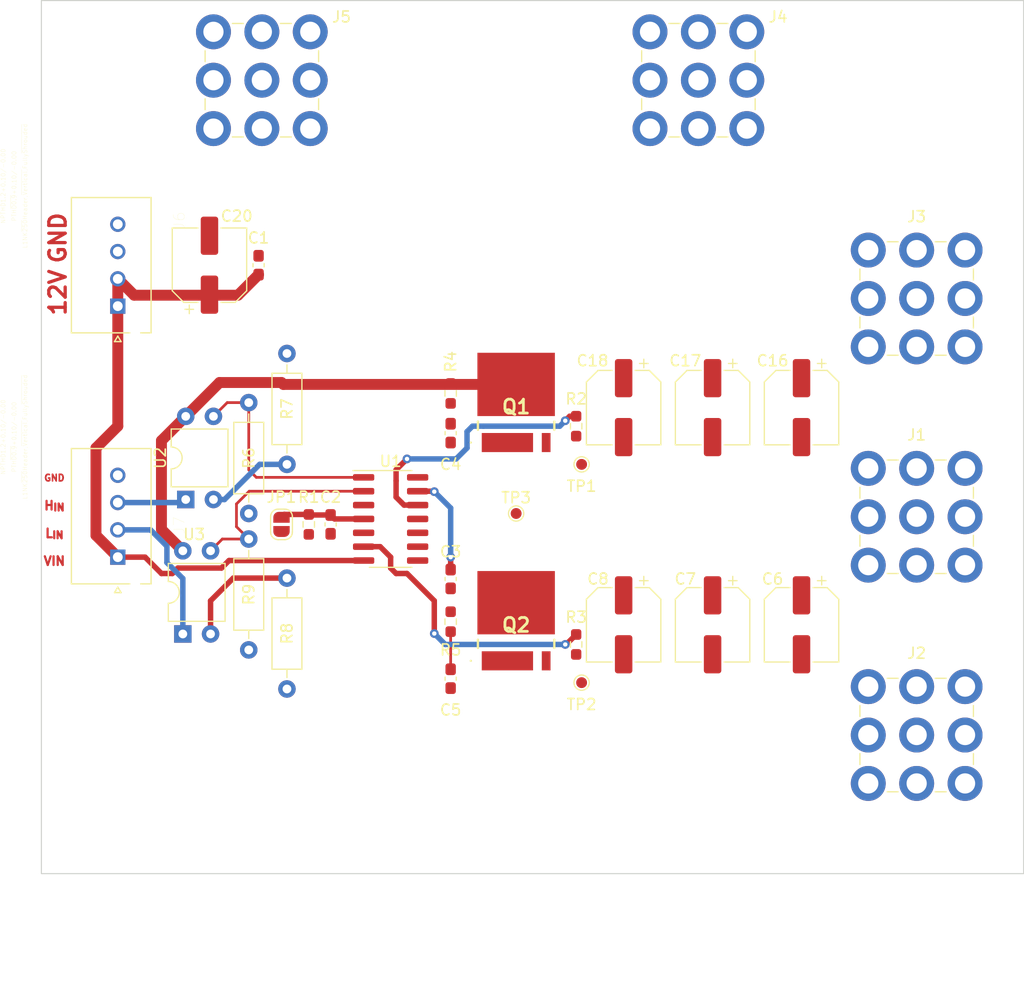
<source format=kicad_pcb>
(kicad_pcb (version 20221018) (generator pcbnew)
  (layers (0 "F.Cu" signal) (31 "B.Cu" signal) (34 "B.Paste" user) (35 "F.Paste" user) (36 "B.SilkS" user "B.Silkscreen") (37 "F.SilkS" user "F.Silkscreen") (38 "B.Mask" user) (39 "F.Mask" user) (44 "Edge.Cuts" user))
  (net 0 "")
  (net 1 "GND")
  (net 2 "/LOAD")
  (net 3 "+BATT")
  (net 4 "GNDPWR")
  (net 5 "Net-(JP1-B)")
  (net 6 "+12V")
  (net 7 "Net-(U1-V_{B})")
  (net 8 "Net-(C4-Pad1)")
  (net 9 "Net-(C5-Pad1)")
  (net 10 "H_{IN}")
  (net 11 "L_{IN}")
  (net 12 "/V_{GH}")
  (net 13 "/V_{GL}")
  (net 14 "Net-(U1-HO)")
  (net 15 "Net-(U1-LO)")
  (net 19 "Net-(R7-Pad1)")
  (net 20 "H_{IN}_{_ISO}")
  (net 21 "L_{IN}_{_ISO}")
  (net 22 "Net-(R8-Pad1)")
  (footprint "Library:MOLEX_2078430004_L1NK_250_4-PIN" (layer "F.Cu") (at 129 63 -90)
    (fp_text reference "J6" (at -7.825 -5.635 90) (layer "F.SilkS") (effects (font (thickness 0.015))))
    (fp_text value "Conn_01x04")
    (fp_text user "L1NK~{250}Header,~{Vertical,}Fully~{Shrouded}" (at -11 8.5 90) (layer "F.SilkS") (effects (font (size 0.393701 0.393701) (thickness 0.015))))
    (fp_text user "PTH~{D0.9}+0.10/-0.00" (at -11 9.5 90) (layer "F.SilkS") (effects (font (size 0.393701 0.393701) (thickness 0.015))))
    (fp_text user "NPTH~{D1.2}+0.10/-0.00" (at -11 10.5 90) (layer "F.SilkS") (effects (font (size 0.393701 0.393701) (thickness 0.015))))
    (pad "" np_thru_hole circle (at 1.6 -1.6 270) (size 1.2 1.2) (drill 1.2) (layers "*.Cu" "*.Mask"))
    (pad "1" thru_hole rect (at 0 0 270) (size 1.4 1.4) (drill 0.9) (layers "*.Cu") (net 6 "+12V"))
    (pad "2" thru_hole circle (at -2.5 0 270) (size 1.4 1.4) (drill 0.9) (layers "*.Cu") (net 6 "+12V"))
    (pad "3" thru_hole circle (at -5 0 270) (size 1.4 1.4) (drill 0.9) (layers "*.Cu") (net 1 "GND"))
    (pad "4" thru_hole circle (at -7.5 0 270) (size 1.4 1.4) (drill 0.9) (layers "*.Cu") (net 1 "GND"))
  )
  (footprint "Library:MOLEX_2078430004_L1NK_250_4-PIN" (layer "F.Cu") (at 129 86 -90)
    (fp_text reference "J7" (at -2.905 -5.635 90) (layer "F.SilkS") (effects (font (thickness 0.015))))
    (fp_text value "Conn_01x04")
    (fp_text user "PTH~{D0.9}+0.10/-0.00" (at -11 9.5 90) (layer "F.SilkS") (effects (font (size 0.393701 0.393701) (thickness 0.015))))
    (fp_text user "NPTH~{D1.2}+0.10/-0.00" (at -11 10.5 90) (layer "F.SilkS") (effects (font (size 0.393701 0.393701) (thickness 0.015))))
    (fp_text user "L1NK~{250}Header,~{Vertical,}Fully~{Shrouded}" (at -11 8.5 90) (layer "F.SilkS") (effects (font (size 0.393701 0.393701) (thickness 0.015))))
    (pad "" np_thru_hole circle (at 1.6 -1.6 270) (size 1.2 1.2) (drill 1.2) (layers "*.Cu" "*.Mask"))
    (pad "1" thru_hole rect (at 0 0 270) (size 1.4 1.4) (drill 0.9) (layers "*.Cu") (net 6 "+12V"))
    (pad "2" thru_hole circle (at -2.5 0 270) (size 1.4 1.4) (drill 0.9) (layers "*.Cu") (net 11 "L_{IN}"))
    (pad "3" thru_hole circle (at -5 0 270) (size 1.4 1.4) (drill 0.9) (layers "*.Cu") (net 10 "H_{IN}"))
    (pad "4" thru_hole circle (at -7.5 0 270) (size 1.4 1.4) (drill 0.9) (layers "*.Cu") (net 1 "GND"))
  )
  (footprint "Capacitor_SMD:CP_Elec_6.3x5.4_Nichicon" (layer "F.Cu") (at 191.65 72.3 -90)
    (fp_text reference "C16" (at -4.3 2.65 -180) (layer "F.SilkS"))
    (fp_text value "100uF")
    (pad "1" smd roundrect (at -2.7 0 270) (size 3.5 1.6) (layers "F.Cu" "F.Paste" "F.Mask") (roundrect_rratio 0.15625) (net 3 "+BATT"))
    (pad "2" smd roundrect (at 2.7 0 270) (size 3.5 1.6) (layers "F.Cu" "F.Paste" "F.Mask") (roundrect_rratio 0.15625) (net 2 "/LOAD"))
  )
  (footprint "Capacitor_SMD:CP_Elec_6.3x5.4_Nichicon" (layer "F.Cu") (at 183.5 92.2 -90)
    (fp_text reference "C7" (at -4.2 2.5 -180) (layer "F.SilkS"))
    (fp_text value "100uF")
    (pad "1" smd roundrect (at -2.7 0 270) (size 3.5 1.6) (layers "F.Cu" "F.Paste" "F.Mask") (roundrect_rratio 0.15625) (net 2 "/LOAD"))
    (pad "2" smd roundrect (at 2.7 0 270) (size 3.5 1.6) (layers "F.Cu" "F.Paste" "F.Mask") (roundrect_rratio 0.15625) (net 4 "GNDPWR"))
  )
  (footprint "Resistor_THT:R_Axial_DIN0207_L6.3mm_D2.5mm_P10.16mm_Horizontal" (layer "F.Cu") (at 144.5 87.92 -90)
    (fp_text reference "R8" (at 5.08 0 90) (layer "F.SilkS"))
    (fp_text value "R_{DT}")
    (pad "1" thru_hole circle (at 0 0 270) (size 1.6 1.6) (drill 0.8) (layers "*.Cu" "*.Mask") (net 22 "Net-(R8-Pad1)"))
    (pad "2" thru_hole oval (at 10.16 0 270) (size 1.6 1.6) (drill 0.8) (layers "*.Cu" "*.Mask") (net 1 "GND"))
  )
  (footprint "Package_DIP:DIP-4_W7.62mm" (layer "F.Cu") (at 134.96 93.04 90)
    (fp_text reference "U3" (at 9.12 1.04 180) (layer "F.SilkS"))
    (fp_text value "EL817")
    (pad "1" thru_hole rect (at 0 0 90) (size 1.6 1.6) (drill 0.8) (layers "*.Cu" "*.Mask") (net 11 "L_{IN}"))
    (pad "2" thru_hole oval (at 0 2.54 90) (size 1.6 1.6) (drill 0.8) (layers "*.Cu" "*.Mask") (net 22 "Net-(R8-Pad1)"))
    (pad "3" thru_hole oval (at 7.62 2.54 90) (size 1.6 1.6) (drill 0.8) (layers "*.Cu" "*.Mask") (net 21 "L_{IN}_{_ISO}"))
    (pad "4" thru_hole oval (at 7.62 0 90) (size 1.6 1.6) (drill 0.8) (layers "*.Cu" "*.Mask") (net 3 "+BATT"))
  )
  (footprint "TerminalBlock_Wuerth:Wuerth_REDCUBE-THR_WP-THRBU_74650194_THR" (layer "F.Cu") (at 202.2 82.3)
    (fp_text reference "J1" (at 0 -7.5) (layer "F.SilkS"))
    (fp_text value "Motor Mid Connection")
    (pad "1" thru_hole circle (at -4.435 -4.435) (size 3.2 3.2) (drill 1.85) (layers "*.Cu" "*.Mask") (net 2 "/LOAD"))
    (pad "1" thru_hole circle (at -4.435 0) (size 3.2 3.2) (drill 1.85) (layers "*.Cu" "*.Mask") (net 2 "/LOAD"))
    (pad "1" thru_hole circle (at -4.435 4.435) (size 3.2 3.2) (drill 1.85) (layers "*.Cu" "*.Mask") (net 2 "/LOAD"))
    (pad "1" thru_hole circle (at 0 -4.435) (size 3.2 3.2) (drill 1.85) (layers "*.Cu" "*.Mask") (net 2 "/LOAD"))
    (pad "1" thru_hole circle (at 0 0) (size 3.2 3.2) (drill 1.85) (layers "*.Cu" "*.Mask") (net 2 "/LOAD"))
    (pad "1" thru_hole circle (at 0 4.435) (size 3.2 3.2) (drill 1.85) (layers "*.Cu" "*.Mask") (net 2 "/LOAD"))
    (pad "1" thru_hole circle (at 4.435 -4.435) (size 3.2 3.2) (drill 1.85) (layers "*.Cu" "*.Mask") (net 2 "/LOAD"))
    (pad "1" thru_hole circle (at 4.435 0) (size 3.2 3.2) (drill 1.85) (layers "*.Cu" "*.Mask") (net 2 "/LOAD"))
    (pad "1" thru_hole circle (at 4.435 4.435) (size 3.2 3.2) (drill 1.85) (layers "*.Cu" "*.Mask") (net 2 "/LOAD"))
  )
  (footprint "TestPoint:TestPoint_Pad_D1.0mm" (layer "F.Cu") (at 171.5 97.5)
    (fp_text reference "TP2" (at 0 2) (layer "F.SilkS"))
    (fp_text value "V_{Gate_LO}")
    (pad "1" smd circle (at 0 0) (size 1 1) (layers "F.Cu" "F.Mask") (net 13 "/V_{GL}"))
  )
  (footprint "Resistor_THT:R_Axial_DIN0207_L6.3mm_D2.5mm_P10.16mm_Horizontal" (layer "F.Cu") (at 141 71.84 -90)
    (fp_text reference "R6" (at 5.08 0 90) (layer "F.SilkS"))
    (fp_text value "R_{DT}")
    (pad "1" thru_hole circle (at 0 0 270) (size 1.6 1.6) (drill 0.8) (layers "*.Cu" "*.Mask") (net 20 "H_{IN}_{_ISO}"))
    (pad "2" thru_hole oval (at 10.16 0 270) (size 1.6 1.6) (drill 0.8) (layers "*.Cu" "*.Mask") (net 4 "GNDPWR"))
  )
  (footprint "TestPoint:TestPoint_Pad_D1.0mm" (layer "F.Cu") (at 165.5 82)
    (fp_text reference "TP3" (at 0 -1.448) (layer "F.SilkS"))
    (fp_text value "V_{Drain}")
    (pad "1" smd circle (at 0 0) (size 1 1) (layers "F.Cu" "F.Mask") (net 2 "/LOAD"))
  )
  (footprint "Resistor_SMD:R_0603_1608Metric_Pad0.98x0.95mm_HandSolder" (layer "F.Cu") (at 159.5 71 -90)
    (fp_text reference "R4" (at -2.9125 0 90) (layer "F.SilkS"))
    (fp_text value "R_{SNUBH}")
    (pad "1" smd roundrect (at -0.9125 0 270) (size 0.975 0.95) (layers "F.Cu" "F.Paste" "F.Mask") (net 3 "+BATT"))
    (pad "2" smd roundrect (at 0.9125 0 270) (size 0.975 0.95) (layers "F.Cu" "F.Paste" "F.Mask") (net 8 "Net-(C4-Pad1)"))
  )
  (footprint "Resistor_SMD:R_0603_1608Metric_Pad0.98x0.95mm_HandSolder" (layer "F.Cu") (at 171 94 -90)
    (fp_text reference "R3" (at -2.5 0 -180) (layer "F.SilkS"))
    (fp_text value "R_{G}_{L}")
    (pad "1" smd roundrect (at -0.9125 0 270) (size 0.975 0.95) (layers "F.Cu" "F.Paste" "F.Mask") (net 15 "Net-(U1-LO)"))
    (pad "2" smd roundrect (at 0.9125 0 270) (size 0.975 0.95) (layers "F.Cu" "F.Paste" "F.Mask") (net 13 "/V_{GL}"))
  )
  (footprint "Resistor_SMD:R_0603_1608Metric_Pad0.98x0.95mm_HandSolder" (layer "F.Cu") (at 171 74 -90)
    (fp_text reference "R2" (at -2.5 0 -180) (layer "F.SilkS"))
    (fp_text value "R_{G}_{H}")
    (pad "1" smd roundrect (at -0.9125 0 270) (size 0.975 0.95) (layers "F.Cu" "F.Paste" "F.Mask") (net 14 "Net-(U1-HO)"))
    (pad "2" smd roundrect (at 0.9125 0 270) (size 0.975 0.95) (layers "F.Cu" "F.Paste" "F.Mask") (net 12 "/V_{GH}"))
  )
  (footprint "Capacitor_SMD:C_0603_1608Metric_Pad1.08x0.95mm_HandSolder" (layer "F.Cu") (at 148.5 83 -90)
    (fp_text reference "C2" (at -2.5 0 -180) (layer "F.SilkS"))
    (fp_text value "1nF")
    (pad "1" smd roundrect (at -0.8625 0 270) (size 1.075 0.95) (layers "F.Cu" "F.Paste" "F.Mask") (net 5 "Net-(JP1-B)"))
    (pad "2" smd roundrect (at 0.8625 0 270) (size 1.075 0.95) (layers "F.Cu" "F.Paste" "F.Mask") (net 1 "GND"))
  )
  (footprint "TerminalBlock_Wuerth:Wuerth_REDCUBE-THR_WP-THRBU_74650194_THR" (layer "F.Cu") (at 182.2 42.3)
    (fp_text reference "J4" (at 7.3 -5.8) (layer "F.SilkS"))
    (fp_text value "Batt+")
    (pad "1" thru_hole circle (at -4.435 -4.435) (size 3.2 3.2) (drill 1.85) (layers "*.Cu" "*.Mask") (net 3 "+BATT"))
    (pad "1" thru_hole circle (at -4.435 0) (size 3.2 3.2) (drill 1.85) (layers "*.Cu" "*.Mask") (net 3 "+BATT"))
    (pad "1" thru_hole circle (at -4.435 4.435) (size 3.2 3.2) (drill 1.85) (layers "*.Cu" "*.Mask") (net 3 "+BATT"))
    (pad "1" thru_hole circle (at 0 -4.435) (size 3.2 3.2) (drill 1.85) (layers "*.Cu" "*.Mask") (net 3 "+BATT"))
    (pad "1" thru_hole circle (at 0 0) (size 3.2 3.2) (drill 1.85) (layers "*.Cu" "*.Mask") (net 3 "+BATT"))
    (pad "1" thru_hole circle (at 0 4.435) (size 3.2 3.2) (drill 1.85) (layers "*.Cu" "*.Mask") (net 3 "+BATT"))
    (pad "1" thru_hole circle (at 4.435 -4.435) (size 3.2 3.2) (drill 1.85) (layers "*.Cu" "*.Mask") (net 3 "+BATT"))
    (pad "1" thru_hole circle (at 4.435 0) (size 3.2 3.2) (drill 1.85) (layers "*.Cu" "*.Mask") (net 3 "+BATT"))
    (pad "1" thru_hole circle (at 4.435 4.435) (size 3.2 3.2) (drill 1.85) (layers "*.Cu" "*.Mask") (net 3 "+BATT"))
  )
  (footprint "TestPoint:TestPoint_Pad_D1.0mm" (layer "F.Cu") (at 171.5 77.5)
    (fp_text reference "TP1" (at 0 2) (layer "F.SilkS"))
    (fp_text value "V_{Gate_HI}")
    (pad "1" smd circle (at 0 0) (size 1 1) (layers "F.Cu" "F.Mask") (net 12 "/V_{GH}"))
  )
  (footprint "Capacitor_SMD:C_0603_1608Metric_Pad1.08x0.95mm_HandSolder" (layer "F.Cu") (at 141.9 59.25 90)
    (fp_text reference "C1" (at 2.5 0 180) (layer "F.SilkS"))
    (fp_text value "1uF")
    (pad "1" smd roundrect (at -0.8625 0 90) (size 1.075 0.95) (layers "F.Cu" "F.Paste" "F.Mask") (net 6 "+12V"))
    (pad "2" smd roundrect (at 0.8625 0 90) (size 1.075 0.95) (layers "F.Cu" "F.Paste" "F.Mask") (net 1 "GND"))
  )
  (footprint "Library:IAUA250N04S6N005AUMA1" (layer "F.Cu") (at 165.5 91.825)
    (fp_text reference "Q2" (at 0 0.399) (layer "F.SilkS") (effects (font (size 1.27 1.27) (thickness 0.254))))
    (fp_text value "IAUA250N04S6N005" hide)
    (pad "1" smd rect (at -0.8 3.675 90) (size 1.75 4.7) (layers "F.Cu" "F.Paste" "F.Mask") (net 4 "GNDPWR"))
    (pad "5" smd rect (at 2.75 3.675) (size 0.8 1.75) (layers "F.Cu" "F.Paste" "F.Mask") (net 13 "/V_{GL}"))
    (pad "6" smd rect (at 0 -1.651 90) (size 5.8 7.1) (layers "F.Cu" "F.Paste" "F.Mask") (net 2 "/LOAD"))
  )
  (footprint "TerminalBlock_Wuerth:Wuerth_REDCUBE-THR_WP-THRBU_74650194_THR" (layer "F.Cu") (at 142.2 42.3)
    (fp_text reference "J5" (at 7.3 -5.8) (layer "F.SilkS"))
    (fp_text value "Batt-")
    (pad "1" thru_hole circle (at -4.435 -4.435) (size 3.2 3.2) (drill 1.85) (layers "*.Cu" "*.Mask") (net 4 "GNDPWR"))
    (pad "1" thru_hole circle (at -4.435 0) (size 3.2 3.2) (drill 1.85) (layers "*.Cu" "*.Mask") (net 4 "GNDPWR"))
    (pad "1" thru_hole circle (at -4.435 4.435) (size 3.2 3.2) (drill 1.85) (layers "*.Cu" "*.Mask") (net 4 "GNDPWR"))
    (pad "1" thru_hole circle (at 0 -4.435) (size 3.2 3.2) (drill 1.85) (layers "*.Cu" "*.Mask") (net 4 "GNDPWR"))
    (pad "1" thru_hole circle (at 0 0) (size 3.2 3.2) (drill 1.85) (layers "*.Cu" "*.Mask") (net 4 "GNDPWR"))
    (pad "1" thru_hole circle (at 0 4.435) (size 3.2 3.2) (drill 1.85) (layers "*.Cu" "*.Mask") (net 4 "GNDPWR"))
    (pad "1" thru_hole circle (at 4.435 -4.435) (size 3.2 3.2) (drill 1.85) (layers "*.Cu" "*.Mask") (net 4 "GNDPWR"))
    (pad "1" thru_hole circle (at 4.435 0) (size 3.2 3.2) (drill 1.85) (layers "*.Cu" "*.Mask") (net 4 "GNDPWR"))
    (pad "1" thru_hole circle (at 4.435 4.435) (size 3.2 3.2) (drill 1.85) (layers "*.Cu" "*.Mask") (net 4 "GNDPWR"))
  )
  (footprint "TerminalBlock_Wuerth:Wuerth_REDCUBE-THR_WP-THRBU_74650194_THR" (layer "F.Cu") (at 202.2 62.3)
    (fp_text reference "J3" (at 0 -7.5) (layer "F.SilkS"))
    (fp_text value "Motor Upper Connection")
    (pad "1" thru_hole circle (at -4.435 -4.435) (size 3.2 3.2) (drill 1.85) (layers "*.Cu" "*.Mask") (net 3 "+BATT"))
    (pad "1" thru_hole circle (at -4.435 0) (size 3.2 3.2) (drill 1.85) (layers "*.Cu" "*.Mask") (net 3 "+BATT"))
    (pad "1" thru_hole circle (at -4.435 4.435) (size 3.2 3.2) (drill 1.85) (layers "*.Cu" "*.Mask") (net 3 "+BATT"))
    (pad "1" thru_hole circle (at 0 -4.435) (size 3.2 3.2) (drill 1.85) (layers "*.Cu" "*.Mask") (net 3 "+BATT"))
    (pad "1" thru_hole circle (at 0 0) (size 3.2 3.2) (drill 1.85) (layers "*.Cu" "*.Mask") (net 3 "+BATT"))
    (pad "1" thru_hole circle (at 0 4.435) (size 3.2 3.2) (drill 1.85) (layers "*.Cu" "*.Mask") (net 3 "+BATT"))
    (pad "1" thru_hole circle (at 4.435 -4.435) (size 3.2 3.2) (drill 1.85) (layers "*.Cu" "*.Mask") (net 3 "+BATT"))
    (pad "1" thru_hole circle (at 4.435 0) (size 3.2 3.2) (drill 1.85) (layers "*.Cu" "*.Mask") (net 3 "+BATT"))
    (pad "1" thru_hole circle (at 4.435 4.435) (size 3.2 3.2) (drill 1.85) (layers "*.Cu" "*.Mask") (net 3 "+BATT"))
  )
  (footprint "Capacitor_SMD:CP_Elec_6.3x5.4_Nichicon" (layer "F.Cu") (at 175.35 72.3 -90)
    (fp_text reference "C18" (at -4.3 2.85 -180) (layer "F.SilkS"))
    (fp_text value "100uF")
    (pad "1" smd roundrect (at -2.7 0 270) (size 3.5 1.6) (layers "F.Cu" "F.Paste" "F.Mask") (roundrect_rratio 0.15625) (net 3 "+BATT"))
    (pad "2" smd roundrect (at 2.7 0 270) (size 3.5 1.6) (layers "F.Cu" "F.Paste" "F.Mask") (roundrect_rratio 0.15625) (net 2 "/LOAD"))
  )
  (footprint "Library:IAUA250N04S6N005AUMA1" (layer "F.Cu") (at 165.5 71.825)
    (fp_text reference "Q1" (at 0 0.399) (layer "F.SilkS") (effects (font (size 1.27 1.27) (thickness 0.254))))
    (fp_text value "IAUA250N04S6N005" hide)
    (pad "1" smd rect (at -0.8 3.675 90) (size 1.75 4.7) (layers "F.Cu" "F.Paste" "F.Mask") (net 2 "/LOAD"))
    (pad "5" smd rect (at 2.75 3.675) (size 0.8 1.75) (layers "F.Cu" "F.Paste" "F.Mask") (net 12 "/V_{GH}"))
    (pad "6" smd rect (at 0 -1.651 90) (size 5.8 7.1) (layers "F.Cu" "F.Paste" "F.Mask") (net 3 "+BATT"))
  )
  (footprint "Package_SO:SO-14_3.9x8.65mm_P1.27mm" (layer "F.Cu") (at 154 82.5)
    (fp_text reference "U1" (at 0 -5.28) (layer "F.SilkS"))
    (fp_text value "2ED21824S06J")
    (pad "1" smd roundrect (at -2.475 -3.81) (size 1.95 0.6) (layers "F.Cu" "F.Paste" "F.Mask") (net 20 "H_{IN}_{_ISO}"))
    (pad "2" smd roundrect (at -2.475 -2.54) (size 1.95 0.6) (layers "F.Cu" "F.Paste" "F.Mask") (net 21 "L_{IN}_{_ISO}"))
    (pad "3" smd roundrect (at -2.475 -1.27) (size 1.95 0.6) (layers "F.Cu" "F.Paste" "F.Mask"))
    (pad "4" smd roundrect (at -2.475 0) (size 1.95 0.6) (layers "F.Cu" "F.Paste" "F.Mask") (net 5 "Net-(JP1-B)"))
    (pad "5" smd roundrect (at -2.475 1.27) (size 1.95 0.6) (layers "F.Cu" "F.Paste" "F.Mask") (net 1 "GND"))
    (pad "6" smd roundrect (at -2.475 2.54) (size 1.95 0.6) (layers "F.Cu" "F.Paste" "F.Mask") (net 15 "Net-(U1-LO)"))
    (pad "7" smd roundrect (at -2.475 3.81) (size 1.95 0.6) (layers "F.Cu" "F.Paste" "F.Mask") (net 6 "+12V"))
    (pad "8" smd roundrect (at 2.475 3.81) (size 1.95 0.6) (layers "F.Cu" "F.Paste" "F.Mask"))
    (pad "9" smd roundrect (at 2.475 2.54) (size 1.95 0.6) (layers "F.Cu" "F.Paste" "F.Mask"))
    (pad "10" smd roundrect (at 2.475 1.27) (size 1.95 0.6) (layers "F.Cu" "F.Paste" "F.Mask"))
    (pad "11" smd roundrect (at 2.475 0) (size 1.95 0.6) (layers "F.Cu" "F.Paste" "F.Mask") (net 2 "/LOAD"))
    (pad "12" smd roundrect (at 2.475 -1.27) (size 1.95 0.6) (layers "F.Cu" "F.Paste" "F.Mask") (net 14 "Net-(U1-HO)"))
    (pad "13" smd roundrect (at 2.475 -2.54) (size 1.95 0.6) (layers "F.Cu" "F.Paste" "F.Mask") (net 7 "Net-(U1-V_{B})"))
    (pad "14" smd roundrect (at 2.475 -3.81) (size 1.95 0.6) (layers "F.Cu" "F.Paste" "F.Mask"))
  )
  (footprint "Resistor_SMD:R_0603_1608Metric_Pad0.98x0.95mm_HandSolder" (layer "F.Cu") (at 146.5 83 -90)
    (fp_text reference "R1" (at -2.5 0 -180) (layer "F.SilkS"))
    (fp_text value "R_{DT}")
    (pad "1" smd roundrect (at -0.9125 0 270) (size 0.975 0.95) (layers "F.Cu" "F.Paste" "F.Mask") (net 5 "Net-(JP1-B)"))
    (pad "2" smd roundrect (at 0.9125 0 270) (size 0.975 0.95) (layers "F.Cu" "F.Paste" "F.Mask") (net 1 "GND"))
  )
  (footprint "Capacitor_SMD:CP_Elec_6.3x5.4_Nichicon" (layer "F.Cu") (at 191.65 92.2 -90)
    (fp_text reference "C6" (at -4.2 2.65 -180) (layer "F.SilkS"))
    (fp_text value "100uF")
    (pad "1" smd roundrect (at -2.7 0 270) (size 3.5 1.6) (layers "F.Cu" "F.Paste" "F.Mask") (roundrect_rratio 0.15625) (net 2 "/LOAD"))
    (pad "2" smd roundrect (at 2.7 0 270) (size 3.5 1.6) (layers "F.Cu" "F.Paste" "F.Mask") (roundrect_rratio 0.15625) (net 4 "GNDPWR"))
  )
  (footprint "Resistor_THT:R_Axial_DIN0207_L6.3mm_D2.5mm_P10.16mm_Horizontal" (layer "F.Cu") (at 144.5 77.5 90)
    (fp_text reference "R7" (at 5.08 0 90) (layer "F.SilkS"))
    (fp_text value "R_{DT}")
    (pad "1" thru_hole circle (at 0 0 90) (size 1.6 1.6) (drill 0.8) (layers "*.Cu" "*.Mask") (net 19 "Net-(R7-Pad1)"))
    (pad "2" thru_hole oval (at 10.16 0 90) (size 1.6 1.6) (drill 0.8) (layers "*.Cu" "*.Mask") (net 1 "GND"))
  )
  (footprint "Resistor_THT:R_Axial_DIN0207_L6.3mm_D2.5mm_P10.16mm_Horizontal" (layer "F.Cu") (at 141 84.34 -90)
    (fp_text reference "R9" (at 5.08 0 90) (layer "F.SilkS"))
    (fp_text value "R_{DT}")
    (pad "1" thru_hole circle (at 0 0 270) (size 1.6 1.6) (drill 0.8) (layers "*.Cu" "*.Mask") (net 21 "L_{IN}_{_ISO}"))
    (pad "2" thru_hole oval (at 10.16 0 270) (size 1.6 1.6) (drill 0.8) (layers "*.Cu" "*.Mask") (net 4 "GNDPWR"))
  )
  (footprint "TerminalBlock_Wuerth:Wuerth_REDCUBE-THR_WP-THRBU_74650194_THR" (layer "F.Cu") (at 202.2 102.3)
    (fp_text reference "J2" (at 0 -7.5) (layer "F.SilkS"))
    (fp_text value "Motor Low Connection")
    (pad "1" thru_hole circle (at -4.435 -4.435) (size 3.2 3.2) (drill 1.85) (layers "*.Cu" "*.Mask") (net 4 "GNDPWR"))
    (pad "1" thru_hole circle (at -4.435 0) (size 3.2 3.2) (drill 1.85) (layers "*.Cu" "*.Mask") (net 4 "GNDPWR"))
    (pad "1" thru_hole circle (at -4.435 4.435) (size 3.2 3.2) (drill 1.85) (layers "*.Cu" "*.Mask") (net 4 "GNDPWR"))
    (pad "1" thru_hole circle (at 0 -4.435) (size 3.2 3.2) (drill 1.85) (layers "*.Cu" "*.Mask") (net 4 "GNDPWR"))
    (pad "1" thru_hole circle (at 0 0) (size 3.2 3.2) (drill 1.85) (layers "*.Cu" "*.Mask") (net 4 "GNDPWR"))
    (pad "1" thru_hole circle (at 0 4.435) (size 3.2 3.2) (drill 1.85) (layers "*.Cu" "*.Mask") (net 4 "GNDPWR"))
    (pad "1" thru_hole circle (at 4.435 -4.435) (size 3.2 3.2) (drill 1.85) (layers "*.Cu" "*.Mask") (net 4 "GNDPWR"))
    (pad "1" thru_hole circle (at 4.435 0) (size 3.2 3.2) (drill 1.85) (layers "*.Cu" "*.Mask") (net 4 "GNDPWR"))
    (pad "1" thru_hole circle (at 4.435 4.435) (size 3.2 3.2) (drill 1.85) (layers "*.Cu" "*.Mask") (net 4 "GNDPWR"))
  )
  (footprint "Capacitor_SMD:CP_Elec_6.3x5.4_Nichicon" (layer "F.Cu") (at 183.5 72.3 -90)
    (fp_text reference "C17" (at -4.3 2.5 -180) (layer "F.SilkS"))
    (fp_text value "100uF")
    (pad "1" smd roundrect (at -2.7 0 270) (size 3.5 1.6) (layers "F.Cu" "F.Paste" "F.Mask") (roundrect_rratio 0.15625) (net 3 "+BATT"))
    (pad "2" smd roundrect (at 2.7 0 270) (size 3.5 1.6) (layers "F.Cu" "F.Paste" "F.Mask") (roundrect_rratio 0.15625) (net 2 "/LOAD"))
  )
  (footprint "Capacitor_SMD:CP_Elec_6.3x5.4_Nichicon" (layer "F.Cu") (at 137.4 59.25 90)
    (fp_text reference "C20" (at 4.5 2.5 180) (layer "F.SilkS"))
    (fp_text value "100uF")
    (pad "1" smd roundrect (at -2.7 0 90) (size 3.5 1.6) (layers "F.Cu" "F.Paste" "F.Mask") (roundrect_rratio 0.15625) (net 6 "+12V"))
    (pad "2" smd roundrect (at 2.7 0 90) (size 3.5 1.6) (layers "F.Cu" "F.Paste" "F.Mask") (roundrect_rratio 0.15625) (net 1 "GND"))
  )
  (footprint "Capacitor_SMD:CP_Elec_6.3x5.4_Nichicon" (layer "F.Cu") (at 175.35 92.2 -90)
    (fp_text reference "C8" (at -4.2 2.35 -180) (layer "F.SilkS"))
    (fp_text value "100uF")
    (pad "1" smd roundrect (at -2.7 0 270) (size 3.5 1.6) (layers "F.Cu" "F.Paste" "F.Mask") (roundrect_rratio 0.15625) (net 2 "/LOAD"))
    (pad "2" smd roundrect (at 2.7 0 270) (size 3.5 1.6) (layers "F.Cu" "F.Paste" "F.Mask") (roundrect_rratio 0.15625) (net 4 "GNDPWR"))
  )
  (footprint "Jumper:SolderJumper-2_P1.3mm_Open_RoundedPad1.0x1.5mm" (layer "F.Cu") (at 144 83 90)
    (fp_text reference "JP1" (at 2.5 0 180) (layer "F.SilkS"))
    (fp_text value "J_{DT}")
    (pad "1" smd custom (at -0.65 0 90) (size 1 0.5) (layers "F.Cu" "F.Mask") (net 1 "GND") (options (clearance outline) (anchor rect)) (primitives (gr_circle (center 0 0.25) (end 0.5 0.25) (width 0) (fill yes)) (gr_circle (center 0 -0.25) (end 0.5 -0.25) (width 0) (fill yes)) (gr_poly (pts (xy 0.5 0.75) (xy 0 0.75) (xy 0 -0.75) (xy 0.5 -0.75)) (width 0) (fill yes))))
    (pad "2" smd custom (at 0.65 0 90) (size 1 0.5) (layers "F.Cu" "F.Mask") (net 5 "Net-(JP1-B)") (options (clearance outline) (anchor rect)) (primitives (gr_circle (center 0 0.25) (end 0.5 0.25) (width 0) (fill yes)) (gr_circle (center 0 -0.25) (end 0.5 -0.25) (width 0) (fill yes)) (gr_poly (pts (xy 0 0.75) (xy -0.5 0.75) (xy -0.5 -0.75) (xy 0 -0.75)) (width 0) (fill yes))))
  )
  (footprint "Capacitor_SMD:C_0603_1608Metric_Pad1.08x0.95mm_HandSolder" (layer "F.Cu") (at 159.5 88 -90)
    (fp_text reference "C3" (at -2.5 0 -180) (layer "F.SilkS"))
    (fp_text value "4.7uF")
    (pad "1" smd roundrect (at -0.8625 0 270) (size 1.075 0.95) (layers "F.Cu" "F.Paste" "F.Mask") (net 7 "Net-(U1-V_{B})"))
    (pad "2" smd roundrect (at 0.8625 0 270) (size 1.075 0.95) (layers "F.Cu" "F.Paste" "F.Mask") (net 2 "/LOAD"))
  )
  (footprint "Package_DIP:DIP-4_W7.62mm" (layer "F.Cu") (at 135.225 80.72 90)
    (fp_text reference "U2" (at 3.81 -2.33 90) (layer "F.SilkS"))
    (fp_text value "EL817")
    (pad "1" thru_hole rect (at 0 0 90) (size 1.6 1.6) (drill 0.8) (layers "*.Cu" "*.Mask") (net 10 "H_{IN}"))
    (pad "2" thru_hole oval (at 0 2.54 90) (size 1.6 1.6) (drill 0.8) (layers "*.Cu" "*.Mask") (net 19 "Net-(R7-Pad1)"))
    (pad "3" thru_hole oval (at 7.62 2.54 90) (size 1.6 1.6) (drill 0.8) (layers "*.Cu" "*.Mask") (net 20 "H_{IN}_{_ISO}"))
    (pad "4" thru_hole oval (at 7.62 0 90) (size 1.6 1.6) (drill 0.8) (layers "*.Cu" "*.Mask") (net 3 "+BATT"))
  )
  (footprint "Capacitor_SMD:C_0603_1608Metric_Pad1.08x0.95mm_HandSolder" (layer "F.Cu") (at 159.5 74.6375 -90)
    (fp_text reference "C4" (at 2.8625 0 -180) (layer "F.SilkS"))
    (fp_text value "C_{SNUBH}")
    (pad "1" smd roundrect (at -0.8625 0 270) (size 1.075 0.95) (layers "F.Cu" "F.Paste" "F.Mask") (net 8 "Net-(C4-Pad1)"))
    (pad "2" smd roundrect (at 0.8625 0 270) (size 1.075 0.95) (layers "F.Cu" "F.Paste" "F.Mask") (net 2 "/LOAD"))
  )
  (footprint "Capacitor_SMD:C_0603_1608Metric_Pad1.08x0.95mm_HandSolder" (layer "F.Cu") (at 159.5 97.1375 -90)
    (fp_text reference "C5" (at 2.8625 0 -180) (layer "F.SilkS"))
    (fp_text value "C_{SNUBL}")
    (pad "1" smd roundrect (at -0.8625 0 270) (size 1.075 0.95) (layers "F.Cu" "F.Paste" "F.Mask") (net 9 "Net-(C5-Pad1)"))
    (pad "2" smd roundrect (at 0.8625 0 270) (size 1.075 0.95) (layers "F.Cu" "F.Paste" "F.Mask") (net 4 "GNDPWR"))
  )
  (footprint "Resistor_SMD:R_0603_1608Metric_Pad0.98x0.95mm_HandSolder" (layer "F.Cu") (at 159.5 91.9125 -90)
    (fp_text reference "R5" (at 2.5875 0 -180) (layer "F.SilkS"))
    (fp_text value "R_{SNUBL}")
    (pad "1" smd roundrect (at -0.9125 0 270) (size 0.975 0.95) (layers "F.Cu" "F.Paste" "F.Mask") (net 2 "/LOAD"))
    (pad "2" smd roundrect (at 0.9125 0 270) (size 0.975 0.95) (layers "F.Cu" "F.Paste" "F.Mask") (net 9 "Net-(C5-Pad1)"))
  )
  (gr_rect (start 122 35) (end 212 115) (stroke (width 0.1)) (fill none) (layer "Edge.Cuts"))
  (gr_text "H_{IN}\n" (at 123.19 81.28) (layer "F.Cu") (effects (font (size 0.8 0.8) (thickness 0.2) bold)))
  (gr_text "GND\n" (at 123.5 56.75 90) (layer "F.Cu") (effects (font (size 1.5 1.5) (thickness 0.3) bold)))
  (gr_text "12V\n" (at 123.5 61.75 90) (layer "F.Cu") (effects (font (size 1.5 1.5) (thickness 0.3) bold)))
  (gr_text "L_{IN}" (at 123.19 83.82) (layer "F.Cu") (effects (font (size 0.8 0.8) (thickness 0.2) bold)))
  (gr_text "GND" (at 123.19 78.74) (layer "F.Cu") (effects (font (size 0.6 0.6) (thickness 0.15) bold)))
  (gr_text "VIN\n" (at 123.19 86.36) (layer "F.Cu") (effects (font (size 0.8 0.8) (thickness 0.2) bold)))
  (segment (start 144 70) (end 144.174 70.174) (width 1) (layer "F.Cu") (net 3))
  (segment (start 135.225 73.1) (end 138.325 70) (width 1) (layer "F.Cu") (net 3))
  (segment (start 133 75.325) (end 135.225 73.1) (width 1) (layer "F.Cu") (net 3))
  (segment (start 144.174 70.174) (end 165.5 70.174) (width 1) (layer "F.Cu") (net 3))
  (segment (start 138.325 70) (end 144 70) (width 1) (layer "F.Cu") (net 3))
  (segment (start 134.96 85.42) (end 133 83.46) (width 1) (layer "F.Cu") (net 3))
  (segment (start 133 83.46) (end 133 75.325) (width 1) (layer "F.Cu") (net 3))
  (segment (start 146.55 82.1375) (end 146.5 82.0875) (width 0.5) (layer "F.Cu") (net 5))
  (segment (start 146.5 82.0875) (end 144.2625 82.0875) (width 0.5) (layer "F.Cu") (net 5))
  (segment (start 148.5 82.1375) (end 146.55 82.1375) (width 0.5) (layer "F.Cu") (net 5))
  (segment (start 144.2625 82.0875) (end 144 82.35) (width 0.5) (layer "F.Cu") (net 5))
  (segment (start 148.8625 82.5) (end 148.5 82.1375) (width 0.5) (layer "F.Cu") (net 5))
  (segment (start 151.525 82.5) (end 148.8625 82.5) (width 0.5) (layer "F.Cu") (net 5))
  (segment (start 133 87.5) (end 131.5 86) (width 0.5) (layer "F.Cu") (net 6))
  (segment (start 138.5 87) (end 134.5 87) (width 0.5) (layer "F.Cu") (net 6))
  (segment (start 134.5 87) (end 134 87.5) (width 0.5) (layer "F.Cu") (net 6))
  (segment (start 129 60.5) (end 129 74) (width 1) (layer "F.Cu") (net 6))
  (segment (start 140.0125 62) (end 130.5 62) (width 1) (layer "F.Cu") (net 6))
  (segment (start 129 74) (end 127 76) (width 1) (layer "F.Cu") (net 6))
  (segment (start 134 87.5) (end 133 87.5) (width 0.5) (layer "F.Cu") (net 6))
  (segment (start 127 84) (end 129 86) (width 1) (layer "F.Cu") (net 6))
  (segment (start 130.5 62) (end 129 60.5) (width 1) (layer "F.Cu") (net 6))
  (segment (start 141.9 60.1125) (end 140.0125 62) (width 1) (layer "F.Cu") (net 6))
  (segment (start 127 76) (end 127 84) (width 1) (layer "F.Cu") (net 6))
  (segment (start 151.525 86.31) (end 139.19 86.31) (width 0.5) (layer "F.Cu") (net 6))
  (segment (start 139.19 86.31) (end 138.5 87) (width 0.5) (layer "F.Cu") (net 6))
  (segment (start 131.5 86) (end 129 86) (width 0.5) (layer "F.Cu") (net 6))
  (segment (start 156.475 79.96) (end 157.96 79.96) (width 0.5) (layer "F.Cu") (net 7))
  (segment (start 157.96 79.96) (end 158 80) (width 0.5) (layer "F.Cu") (net 7))
  (segment (start 159.5 86) (end 159.5 87.1375) (width 0.5) (layer "F.Cu") (net 7))
  (via (at 158 80) (size 0.8) (drill 0.4) (layers "F.Cu" "B.Cu") (net 7))
  (via (at 159.5 86) (size 0.8) (drill 0.4) (layers "F.Cu" "B.Cu") (net 7))
  (segment (start 159.5 81.5) (end 159.5 86) (width 0.5) (layer "B.Cu") (net 7))
  (segment (start 158 80) (end 159.5 81.5) (width 0.5) (layer "B.Cu") (net 7))
  (segment (start 159.5 92.825) (end 159.5 96.275) (width 0.25) (layer "F.Cu") (net 9))
  (segment (start 129 81) (end 134.945 81) (width 0.5) (layer "B.Cu") (net 10))
  (segment (start 134.945 81) (end 135.225 80.72) (width 0.5) (layer "B.Cu") (net 10))
  (segment (start 133.5 86.5) (end 133.5 85) (width 0.5) (layer "B.Cu") (net 11))
  (segment (start 134.96 93.04) (end 134.96 87.96) (width 0.5) (layer "B.Cu") (net 11))
  (segment (start 133.5 85) (end 132 83.5) (width 0.5) (layer "B.Cu") (net 11))
  (segment (start 132 83.5) (end 129 83.5) (width 0.5) (layer "B.Cu") (net 11))
  (segment (start 134.96 87.96) (end 133.5 86.5) (width 0.5) (layer "B.Cu") (net 11))
  (segment (start 155 81) (end 154.5 80.5) (width 0.5) (layer "F.Cu") (net 14))
  (segment (start 154.5 78) (end 155.5 77) (width 0.5) (layer "F.Cu") (net 14))
  (segment (start 170.4125 73.0875) (end 171 73.0875) (width 0.5) (layer "F.Cu") (net 14))
  (segment (start 170 73.5) (end 170.4125 73.0875) (width 0.5) (layer "F.Cu") (net 14))
  (segment (start 156.475 81.23) (end 155.23 81.23) (width 0.5) (layer "F.Cu") (net 14))
  (segment (start 154.5 79) (end 154.5 78) (width 0.5) (layer "F.Cu") (net 14))
  (segment (start 154.5 80.5) (end 154.5 79) (width 0.5) (layer "F.Cu") (net 14))
  (segment (start 155.23 81.23) (end 155 81) (width 0.5) (layer "F.Cu") (net 14))
  (via (at 155.5 77) (size 0.8) (drill 0.4) (layers "F.Cu" "B.Cu") (net 14))
  (via (at 170 73.5) (size 0.8) (drill 0.4) (layers "F.Cu" "B.Cu") (net 14))
  (segment (start 162.5 74) (end 169.5 74) (width 0.5) (layer "B.Cu") (net 14))
  (segment (start 161 74.5) (end 161.5 74) (width 0.5) (layer "B.Cu") (net 14))
  (segment (start 155.5 77) (end 160 77) (width 0.5) (layer "B.Cu") (net 14))
  (segment (start 161.5 74) (end 162.5 74) (width 0.5) (layer "B.Cu") (net 14))
  (segment (start 161 76) (end 161 74.5) (width 0.5) (layer "B.Cu") (net 14))
  (segment (start 169.5 74) (end 170 73.5) (width 0.5) (layer "B.Cu") (net 14))
  (segment (start 160 77) (end 161 76) (width 0.5) (layer "B.Cu") (net 14))
  (segment (start 158 90) (end 158 93) (width 0.5) (layer "F.Cu") (net 15))
  (segment (start 170 94) (end 170.0875 94) (width 0.5) (layer "F.Cu") (net 15))
  (segment (start 151.525 85.04) (end 153.04 85.04) (width 0.5) (layer "F.Cu") (net 15))
  (segment (start 154 86) (end 154 87) (width 0.5) (layer "F.Cu") (net 15))
  (segment (start 154 87) (end 154.5 87.5) (width 0.5) (layer "F.Cu") (net 15))
  (segment (start 170.0875 94) (end 171 93.0875) (width 0.5) (layer "F.Cu") (net 15))
  (segment (start 154.5 87.5) (end 155.5 87.5) (width 0.5) (layer "F.Cu") (net 15))
  (segment (start 155.5 87.5) (end 158 90) (width 0.5) (layer "F.Cu") (net 15))
  (segment (start 153.04 85.04) (end 154 86) (width 0.5) (layer "F.Cu") (net 15))
  (segment (start 171 93.0875) (end 170.9125 93.0875) (width 0.25) (layer "F.Cu") (net 15))
  (via (at 158 93) (size 0.8) (drill 0.4) (layers "F.Cu" "B.Cu") (net 15))
  (via (at 170 94) (size 0.8) (drill 0.4) (layers "F.Cu" "B.Cu") (net 15))
  (segment (start 158 93) (end 159 94) (width 0.5) (layer "B.Cu") (net 15))
  (segment (start 159 94) (end 170 94) (width 0.5) (layer "B.Cu") (net 15))
  (segment (start 138.78 80.72) (end 142 77.5) (width 0.5) (layer "B.Cu") (net 19))
  (segment (start 142 77.5) (end 144.5 77.5) (width 0.5) (layer "B.Cu") (net 19))
  (segment (start 137.765 80.72) (end 138.78 80.72) (width 0.5) (layer "B.Cu") (net 19))
  (segment (start 141.69 78.69) (end 141 78) (width 0.25) (layer "F.Cu") (net 20))
  (segment (start 139.025 71.84) (end 141 71.84) (width 0.25) (layer "F.Cu") (net 20))
  (segment (start 151.525 78.69) (end 141.69 78.69) (width 0.25) (layer "F.Cu") (net 20))
  (segment (start 141 78) (end 141 71.84) (width 0.25) (layer "F.Cu") (net 20))
  (segment (start 137.765 73.1) (end 139.025 71.84) (width 0.25) (layer "F.Cu") (net 20))
  (segment (start 151.525 79.96) (end 141.04 79.96) (width 0.25) (layer "F.Cu") (net 21))
  (segment (start 139.875 81.125) (end 139.875 83.215) (width 0.25) (layer "F.Cu") (net 21))
  (segment (start 138.58 84.34) (end 137.5 85.42) (width 0.25) (layer "F.Cu") (net 21))
  (segment (start 141.04 79.96) (end 139.875 81.125) (width 0.25) (layer "F.Cu") (net 21))
  (segment (start 141 84.34) (end 138.58 84.34) (width 0.25) (layer "F.Cu") (net 21))
  (segment (start 139.875 83.215) (end 141 84.34) (width 0.25) (layer "F.Cu") (net 21))
  (segment (start 137.5 90) (end 139.58 87.92) (width 0.5) (layer "F.Cu") (net 22))
  (segment (start 139.58 87.92) (end 144.5 87.92) (width 0.5) (layer "F.Cu") (net 22))
  (segment (start 137.5 93.04) (end 137.5 90) (width 0.5) (layer "F.Cu") (net 22))
)
</source>
